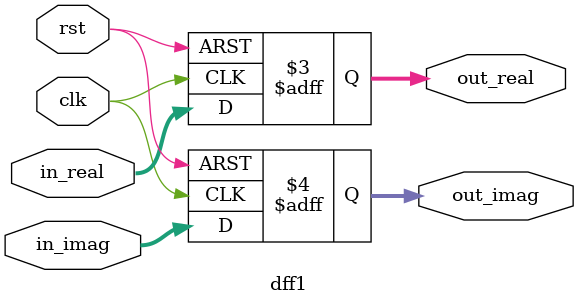
<source format=v>
`timescale 1ns / 1ps


module dff1( clk,
             rst,
             in_real,
             in_imag,
             out_real,
             out_imag );
    input clk;
    input rst;
    input signed [12:0] in_real;
    input signed [12:0] in_imag;
    output signed [12:0] out_real;
    output signed [12:0] out_imag;
    
    reg signed [12:0] out_real;
    reg signed [12:0] out_imag;
    
    always@(posedge clk or posedge rst) begin
        if (rst == 1) begin
            out_real <= 0;
            out_imag <= 0;
        end else begin
            out_real <= in_real;
            out_imag <= in_imag;
        end
    end
endmodule

</source>
